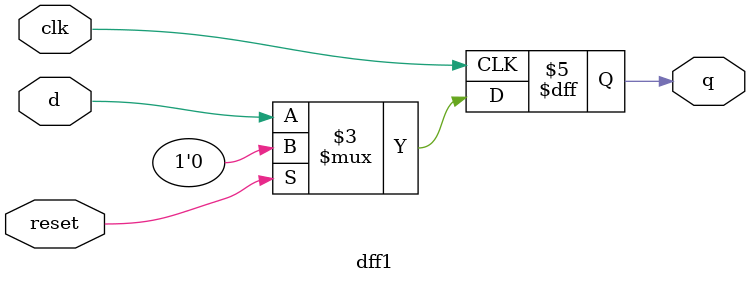
<source format=v>
module dff1(d,reset,clk,q);
	input d,reset,clk;
	output q;
	reg q;
	
	
		always @ ( posedge clk ) 
		begin
		if(reset) begin
		q<=1'b0;
		end
		else begin
			q<=d;
			end
	end
	

endmodule
</source>
